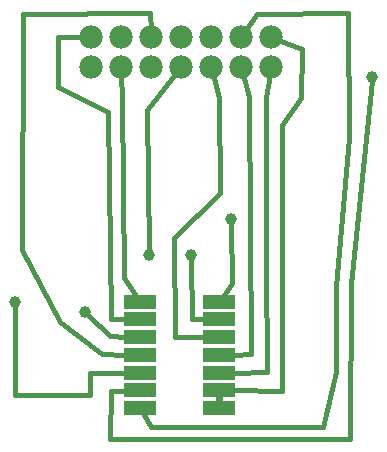
<source format=gtl>
G04 MADE WITH FRITZING*
G04 WWW.FRITZING.ORG*
G04 DOUBLE SIDED*
G04 HOLES PLATED*
G04 CONTOUR ON CENTER OF CONTOUR VECTOR*
%ASAXBY*%
%FSLAX23Y23*%
%MOIN*%
%OFA0B0*%
%SFA1.0B1.0*%
%ADD10C,0.039370*%
%ADD11C,0.078000*%
%ADD12R,0.110236X0.049213*%
%ADD13C,0.016000*%
%ADD14C,0.024000*%
%LNCOPPER1*%
G90*
G70*
G54D10*
X140Y478D03*
X374Y445D03*
X1329Y1230D03*
X860Y757D03*
X585Y635D03*
X727Y635D03*
G54D11*
X992Y1261D03*
X892Y1261D03*
X792Y1261D03*
X692Y1261D03*
X592Y1261D03*
X492Y1261D03*
X392Y1261D03*
X992Y1261D03*
X892Y1261D03*
X792Y1261D03*
X692Y1261D03*
X592Y1261D03*
X492Y1261D03*
X392Y1261D03*
X392Y1361D03*
X492Y1361D03*
X592Y1361D03*
X692Y1361D03*
X792Y1361D03*
X892Y1361D03*
X992Y1361D03*
X992Y1261D03*
X892Y1261D03*
X792Y1261D03*
X692Y1261D03*
X592Y1261D03*
X492Y1261D03*
X392Y1261D03*
X992Y1261D03*
X892Y1261D03*
X792Y1261D03*
X692Y1261D03*
X592Y1261D03*
X492Y1261D03*
X392Y1261D03*
X392Y1361D03*
X492Y1361D03*
X592Y1361D03*
X692Y1361D03*
X792Y1361D03*
X892Y1361D03*
X992Y1361D03*
G54D12*
X821Y480D03*
X821Y421D03*
X821Y362D03*
X821Y303D03*
X821Y244D03*
X821Y185D03*
X821Y126D03*
X557Y480D03*
X557Y421D03*
X557Y362D03*
X557Y303D03*
X557Y244D03*
X557Y185D03*
X557Y126D03*
G54D13*
X729Y423D02*
X727Y622D01*
D02*
X585Y649D02*
X581Y1119D01*
D02*
X581Y1119D02*
X677Y1242D01*
D02*
X774Y422D02*
X729Y423D01*
D02*
X1093Y1159D02*
X1095Y1322D01*
D02*
X1031Y1069D02*
X1093Y1159D01*
D02*
X1095Y1322D02*
X1015Y1353D01*
G54D14*
D02*
X821Y143D02*
X821Y168D01*
G54D13*
D02*
X1030Y184D02*
X1031Y1069D01*
D02*
X869Y185D02*
X1030Y184D01*
D02*
X1252Y1027D02*
X1249Y1441D01*
D02*
X1210Y532D02*
X1252Y1027D01*
D02*
X1210Y247D02*
X1210Y532D01*
D02*
X1166Y61D02*
X1210Y247D01*
D02*
X594Y62D02*
X1166Y61D01*
D02*
X1249Y1441D02*
X947Y1440D01*
D02*
X947Y1440D02*
X906Y1382D01*
D02*
X567Y108D02*
X594Y62D01*
D02*
X1258Y539D02*
X1328Y1217D01*
D02*
X457Y23D02*
X1255Y24D01*
D02*
X1255Y24D02*
X1258Y539D01*
D02*
X459Y181D02*
X457Y23D01*
D02*
X510Y183D02*
X459Y181D01*
D02*
X388Y169D02*
X140Y169D01*
D02*
X140Y169D02*
X140Y464D01*
D02*
X390Y243D02*
X388Y169D01*
D02*
X510Y243D02*
X390Y243D01*
D02*
X430Y305D02*
X288Y412D01*
D02*
X591Y1441D02*
X592Y1386D01*
D02*
X163Y654D02*
X165Y1440D01*
D02*
X288Y412D02*
X163Y654D01*
D02*
X165Y1440D02*
X591Y1441D01*
D02*
X510Y304D02*
X430Y305D01*
D02*
X455Y365D02*
X510Y363D01*
D02*
X384Y436D02*
X455Y365D01*
D02*
X284Y1362D02*
X368Y1362D01*
D02*
X451Y1113D02*
X282Y1196D01*
D02*
X282Y1196D02*
X284Y1362D01*
D02*
X461Y421D02*
X451Y1113D01*
D02*
X510Y421D02*
X461Y421D01*
D02*
X497Y1161D02*
X493Y1237D01*
D02*
X504Y558D02*
X497Y1161D01*
D02*
X546Y497D02*
X504Y558D01*
D02*
X977Y608D02*
X977Y1164D01*
D02*
X977Y1164D02*
X989Y1237D01*
D02*
X979Y246D02*
X977Y608D01*
D02*
X869Y244D02*
X979Y246D01*
D02*
X927Y305D02*
X918Y1161D01*
D02*
X918Y1161D02*
X898Y1238D01*
D02*
X869Y304D02*
X927Y305D01*
D02*
X669Y694D02*
X823Y843D01*
D02*
X819Y1159D02*
X799Y1238D01*
D02*
X823Y843D02*
X819Y1159D01*
D02*
X672Y362D02*
X669Y694D01*
D02*
X774Y362D02*
X672Y362D01*
D02*
X862Y541D02*
X861Y744D01*
D02*
X832Y497D02*
X862Y541D01*
G04 End of Copper1*
M02*
</source>
